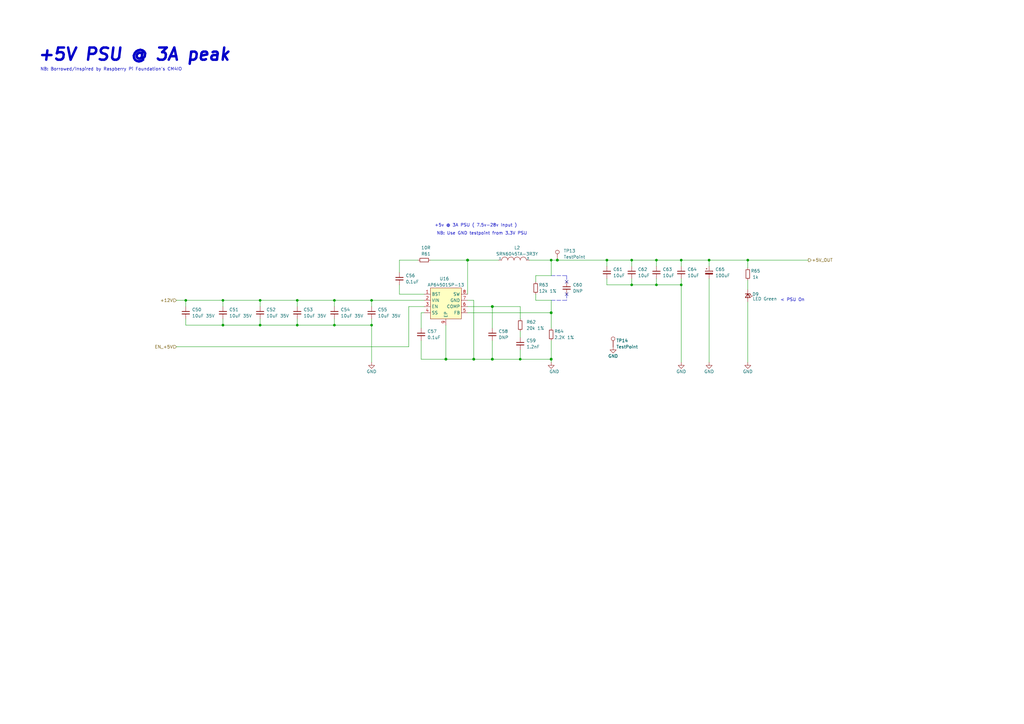
<source format=kicad_sch>
(kicad_sch (version 20211123) (generator eeschema)
  (paper "A3")
  (title_block (title "+5V PSU") (date "2022-01-12") (rev "4") (company "Copyright © 2022 Christian Kuhtz") (comment 2 "CERN-OHL-W v2 or later"))
  (lib_symbols
    (symbol "Capacitor_Tantalum_SMD_MyOwn:CP_EIA-7343-31_Kemet-D" (pin_numbers hide) (pin_names (offset 0.254) hide)
      (property "Reference" "C" (at 0.254 1.778 0))
      (property "Value" "CP_EIA-7343-31_Kemet-D" (at 0.254 -2.032 0))
      (symbol "CP_EIA-7343-31_Kemet-D_0_1"
        (rectangle (start -1.524 -0.3048) (end 1.524 -0.6858) (fill (type outline)))
        (rectangle (start -1.524 0.6858) (end 1.524 0.3048))
        (polyline (pts (xy -1.27 1.524) (xy -0.762 1.524)))
        (polyline (pts (xy -1.016 1.27) (xy -1.016 1.778)))
      )
      (symbol "CP_EIA-7343-31_Kemet-D_1_1"
        (pin passive line (at 0 2.54 270) (length 1.8542) (name "~") (number "1"))
        (pin passive line (at 0 -2.54 90) (length 1.8542) (name "~") (number "2"))
      )
    )
    (symbol "Connector:TestPoint" (pin_numbers hide) (pin_names (offset 0.762) hide)
      (property "Reference" "TP" (at 0 6.858 0))
      (property "Value" "TestPoint" (at 0 5.08 0))
      (symbol "TestPoint_0_1"
        (circle (center 0 3.302) (radius 0.762))
      )
      (symbol "TestPoint_1_1"
        (pin passive line (at 0 0 90) (length 2.54) (name "1") (number "1"))
      )
    )
    (symbol "Device:C_Small" (pin_numbers hide) (pin_names (offset 0.254) hide)
      (property "Reference" "C" (at 0.254 1.778 0))
      (property "Value" "C_Small" (at 0.254 -2.032 0))
      (symbol "C_Small_0_1"
        (polyline (pts (xy -1.524 -0.508) (xy 1.524 -0.508)) (stroke (width 0.3302)))
        (polyline (pts (xy -1.524 0.508) (xy 1.524 0.508)) (stroke (width 0.3048)))
      )
      (symbol "C_Small_1_1"
        (pin passive line (at 0 2.54 270) (length 2.032) (name "~") (number "1"))
        (pin passive line (at 0 -2.54 90) (length 2.032) (name "~") (number "2"))
      )
    )
    (symbol "Device:R_Small" (pin_numbers hide) (pin_names (offset 0.254) hide)
      (property "Reference" "R" (at 0.762 0.508 0))
      (property "Value" "R_Small" (at 0.762 -1.016 0))
      (symbol "R_Small_0_1"
        (rectangle (start -0.762 1.778) (end 0.762 -1.778) (stroke (width 0.2032)))
      )
      (symbol "R_Small_1_1"
        (pin passive line (at 0 2.54 270) (length 0.762) (name "~") (number "1"))
        (pin passive line (at 0 -2.54 90) (length 0.762) (name "~") (number "2"))
      )
    )
    (symbol "LED_SMD_LiteOn:LED Green" (pin_numbers hide) (pin_names (offset 0.254) hide)
      (property "Reference" "D" (at 0 5.08 0))
      (property "Value" "LED Green" (at -5.08 2.54 0))
      (symbol "LED Green_0_1"
        (polyline (pts (xy -0.762 -1.016) (xy -0.762 1.016)) (stroke (width 0.254)))
        (polyline (pts (xy 1.016 0) (xy -0.762 0)))
        (polyline (pts (xy 0.762 -1.016) (xy -0.762 0) (xy 0.762 1.016) (xy 0.762 -1.016)) (stroke (width 0.254)))
        (polyline (pts (xy 0 0.762) (xy -0.508 1.27) (xy -0.254 1.27) (xy -0.508 1.27) (xy -0.508 1.016)))
        (polyline (pts (xy 0.508 1.27) (xy 0 1.778) (xy 0.254 1.778) (xy 0 1.778) (xy 0 1.524)))
      )
      (symbol "LED Green_1_1"
        (pin passive line (at -2.54 0 0) (length 1.778) (name "K") (number "1"))
        (pin passive line (at 2.54 0 180) (length 1.778) (name "A") (number "2"))
      )
    )
    (symbol "Regulator_Switching_Diodes:AP64501SP-13"
      (property "Reference" "U" (at -0.635 10.16 0))
      (property "Value" "AP64501SP-13" (at 0 7.62 0))
      (symbol "AP64501SP-13_0_1"
        (rectangle (start -6.35 6.35) (end 6.35 -6.35) (fill (type background)))
      )
      (symbol "AP64501SP-13_1_1"
        (pin passive line (at -8.89 3.81 0) (length 2.54) (name "BST") (number "1"))
        (pin power_in line (at -8.89 1.27 0) (length 2.54) (name "VIN") (number "2"))
        (pin input line (at -8.89 -1.27 0) (length 2.54) (name "EN") (number "3"))
        (pin input line (at -8.89 -3.81 0) (length 2.54) (name "SS") (number "4"))
        (pin input line (at 8.89 -3.81 180) (length 2.54) (name "FB") (number "5"))
        (pin input line (at 8.89 -1.27 180) (length 2.54) (name "COMP") (number "6"))
        (pin power_in line (at 8.89 1.27 180) (length 2.54) (name "GND") (number "7"))
        (pin output line (at 8.89 3.81 180) (length 2.54) (name "SW") (number "8"))
        (pin power_in line (at 0 -8.89 90) (length 2.54) (name "EP") (number "9"))
      )
    )
    (symbol "power:GND" (power) (pin_names (offset 0))
      (property "Value" "GND" (at 0 -3.81 0))
      (symbol "GND_0_1"
        (polyline (pts (xy 0 0) (xy 0 -1.27) (xy 1.27 -1.27) (xy 0 -2.54) (xy -1.27 -1.27) (xy 0 -1.27)))
      )
      (symbol "GND_1_1"
        (pin power_in line (at 0 0 270) (length 0) hide (name "GND") (number "1"))
      )
    )
    (symbol "pspice:INDUCTOR" (pin_numbers hide) (pin_names (offset 0))
      (property "Reference" "L" (at 0 2.54 0))
      (property "Value" "INDUCTOR" (at 0 -1.27 0))
      (symbol "INDUCTOR_0_1"
        (arc (start -2.54 0) (mid -3.81 1.27) (end -5.08 0))
        (arc (start 0 0) (mid -1.27 1.27) (end -2.54 0))
        (arc (start 2.54 0) (mid 1.27 1.27) (end 0 0))
        (arc (start 5.08 0) (mid 3.81 1.27) (end 2.54 0))
      )
      (symbol "INDUCTOR_1_1"
        (pin input line (at -6.35 0 0) (length 1.27) (name "1") (number "1"))
        (pin input line (at 6.35 0 180) (length 1.27) (name "2") (number "2"))
      )
    )
  )
  (junction (at 91.44 133.35) (diameter 0.9144))
  (junction (at 194.31 147.32) (diameter 1.016))
  (junction (at 306.705 106.68))
  (junction (at 106.68 133.35) (diameter 0.9144))
  (junction (at 226.06 128.27) (diameter 1.016))
  (junction (at 269.24 116.84) (diameter 0.9144))
  (junction (at 228.6 106.68) (diameter 1.016))
  (junction (at 201.93 125.73) (diameter 1.016))
  (junction (at 226.06 106.68) (diameter 0.9144))
  (junction (at 279.4 116.84) (diameter 0.9144))
  (junction (at 226.06 147.32) (diameter 1.016))
  (junction (at 248.92 106.68) (diameter 0.9144))
  (junction (at 137.16 133.35) (diameter 0.9144))
  (junction (at 106.68 123.19) (diameter 0.9144))
  (junction (at 259.08 116.84) (diameter 0.9144))
  (junction (at 269.24 106.68) (diameter 0.9144))
  (junction (at 191.77 106.68) (diameter 1.016))
  (junction (at 201.93 147.32) (diameter 1.016))
  (junction (at 121.92 123.19) (diameter 0.9144))
  (junction (at 279.4 106.68) (diameter 0.9144))
  (junction (at 290.83 106.68) (diameter 0.9144))
  (junction (at 259.08 106.68) (diameter 0.9144))
  (junction (at 182.88 147.32) (diameter 1.016))
  (junction (at 152.4 133.35) (diameter 0.9144))
  (junction (at 91.44 123.19) (diameter 0.9144))
  (junction (at 76.2 123.19) (diameter 0.9144))
  (junction (at 137.16 123.19) (diameter 0.9144))
  (junction (at 121.92 133.35) (diameter 0.9144))
  (junction (at 213.36 147.32) (diameter 0.9144))
  (junction (at 152.4 123.19) (diameter 0.9144))
  (no_connect (at 232.41 120.65))
  (no_connect (at 232.41 115.57))
  (wire (pts (xy 226.06 123.19) (xy 226.06 128.27)))
  (wire (pts (xy 219.71 120.65) (xy 219.71 123.19)))
  (wire (pts (xy 248.92 116.84) (xy 259.08 116.84)))
  (wire (pts (xy 269.24 116.84) (xy 279.4 116.84)))
  (wire (pts (xy 259.08 116.84) (xy 269.24 116.84)))
  (wire (pts (xy 152.4 123.19) (xy 152.4 125.73)))
  (wire (pts (xy 163.83 106.68) (xy 171.45 106.68)))
  (wire (pts (xy 182.88 133.35) (xy 182.88 147.32)))
  (wire (pts (xy 290.83 114.3) (xy 290.83 148.59)))
  (wire (pts (xy 226.06 106.68) (xy 226.06 113.03)))
  (wire (pts (xy 279.4 114.3) (xy 279.4 116.84)))
  (wire (pts (xy 163.83 116.84) (xy 163.83 120.65)))
  (wire (pts (xy 121.92 130.81) (xy 121.92 133.35)))
  (wire (pts (xy 226.06 128.27) (xy 226.06 134.62)))
  (wire (pts (xy 290.83 109.22) (xy 290.83 106.68)))
  (wire (pts (xy 201.93 125.73) (xy 201.93 134.62)))
  (polyline (pts (xy 226.06 113.03) (xy 232.41 113.03)))
  (polyline (pts (xy 232.41 113.03) (xy 232.41 115.57)))
  (wire (pts (xy 248.92 106.68) (xy 248.92 109.22)))
  (polyline (pts (xy 232.41 120.65) (xy 232.41 123.19)))
  (polyline (pts (xy 226.06 123.19) (xy 232.41 123.19)))
  (wire (pts (xy 306.705 123.825) (xy 306.705 148.59)))
  (wire (pts (xy 106.68 123.19) (xy 106.68 125.73)))
  (wire (pts (xy 167.64 125.73) (xy 167.64 142.24)))
  (wire (pts (xy 72.39 142.24) (xy 167.64 142.24)))
  (wire (pts (xy 152.4 123.19) (xy 173.99 123.19)))
  (wire (pts (xy 163.83 106.68) (xy 163.83 111.76)))
  (wire (pts (xy 201.93 125.73) (xy 213.36 125.73)))
  (wire (pts (xy 137.16 130.81) (xy 137.16 133.35)))
  (wire (pts (xy 137.16 123.19) (xy 137.16 125.73)))
  (wire (pts (xy 306.705 106.68) (xy 306.705 109.855)))
  (wire (pts (xy 269.24 106.68) (xy 269.24 109.22)))
  (wire (pts (xy 194.31 147.32) (xy 201.93 147.32)))
  (wire (pts (xy 121.92 123.19) (xy 121.92 125.73)))
  (wire (pts (xy 76.2 123.19) (xy 76.2 125.73)))
  (wire (pts (xy 259.08 106.68) (xy 259.08 109.22)))
  (wire (pts (xy 219.71 113.03) (xy 219.71 115.57)))
  (wire (pts (xy 217.17 106.68) (xy 226.06 106.68)))
  (wire (pts (xy 306.705 114.935) (xy 306.705 118.745)))
  (wire (pts (xy 172.72 147.32) (xy 182.88 147.32)))
  (wire (pts (xy 191.77 125.73) (xy 201.93 125.73)))
  (wire (pts (xy 191.77 106.68) (xy 191.77 120.65)))
  (wire (pts (xy 269.24 114.3) (xy 269.24 116.84)))
  (wire (pts (xy 290.83 106.68) (xy 306.705 106.68)))
  (wire (pts (xy 306.705 106.68) (xy 331.47 106.68)))
  (wire (pts (xy 173.99 128.27) (xy 172.72 128.27)))
  (wire (pts (xy 106.68 130.81) (xy 106.68 133.35)))
  (wire (pts (xy 226.06 148.59) (xy 226.06 147.32)))
  (wire (pts (xy 76.2 130.81) (xy 76.2 133.35)))
  (wire (pts (xy 194.31 123.19) (xy 194.31 147.32)))
  (wire (pts (xy 152.4 133.35) (xy 152.4 148.59)))
  (wire (pts (xy 191.77 128.27) (xy 226.06 128.27)))
  (wire (pts (xy 213.36 135.89) (xy 213.36 138.43)))
  (wire (pts (xy 172.72 139.7) (xy 172.72 147.32)))
  (wire (pts (xy 182.88 147.32) (xy 194.31 147.32)))
  (wire (pts (xy 163.83 120.65) (xy 173.99 120.65)))
  (wire (pts (xy 279.4 116.84) (xy 279.4 148.59)))
  (wire (pts (xy 167.64 125.73) (xy 173.99 125.73)))
  (wire (pts (xy 226.06 139.7) (xy 226.06 147.32)))
  (wire (pts (xy 91.44 130.81) (xy 91.44 133.35)))
  (wire (pts (xy 176.53 106.68) (xy 191.77 106.68)))
  (wire (pts (xy 213.36 125.73) (xy 213.36 130.81)))
  (wire (pts (xy 201.93 147.32) (xy 213.36 147.32)))
  (wire (pts (xy 213.36 147.32) (xy 226.06 147.32)))
  (wire (pts (xy 152.4 130.81) (xy 152.4 133.35)))
  (wire (pts (xy 106.68 133.35) (xy 121.92 133.35)))
  (wire (pts (xy 121.92 133.35) (xy 137.16 133.35)))
  (wire (pts (xy 137.16 133.35) (xy 152.4 133.35)))
  (wire (pts (xy 76.2 133.35) (xy 91.44 133.35)))
  (wire (pts (xy 91.44 133.35) (xy 106.68 133.35)))
  (wire (pts (xy 191.77 106.68) (xy 204.47 106.68)))
  (wire (pts (xy 72.39 123.19) (xy 76.2 123.19)))
  (wire (pts (xy 121.92 123.19) (xy 137.16 123.19)))
  (wire (pts (xy 137.16 123.19) (xy 152.4 123.19)))
  (wire (pts (xy 91.44 123.19) (xy 106.68 123.19)))
  (wire (pts (xy 106.68 123.19) (xy 121.92 123.19)))
  (wire (pts (xy 76.2 123.19) (xy 91.44 123.19)))
  (wire (pts (xy 279.4 106.68) (xy 279.4 109.22)))
  (wire (pts (xy 219.71 123.19) (xy 226.06 123.19)))
  (wire (pts (xy 226.06 106.68) (xy 228.6 106.68)))
  (wire (pts (xy 201.93 139.7) (xy 201.93 147.32)))
  (wire (pts (xy 248.92 114.3) (xy 248.92 116.84)))
  (wire (pts (xy 219.71 113.03) (xy 226.06 113.03)))
  (wire (pts (xy 172.72 128.27) (xy 172.72 134.62)))
  (wire (pts (xy 191.77 123.19) (xy 194.31 123.19)))
  (wire (pts (xy 259.08 114.3) (xy 259.08 116.84)))
  (wire (pts (xy 91.44 123.19) (xy 91.44 125.73)))
  (wire (pts (xy 228.6 106.68) (xy 248.92 106.68)))
  (wire (pts (xy 248.92 106.68) (xy 259.08 106.68)))
  (wire (pts (xy 259.08 106.68) (xy 269.24 106.68)))
  (wire (pts (xy 269.24 106.68) (xy 279.4 106.68)))
  (wire (pts (xy 279.4 106.68) (xy 290.83 106.68)))
  (wire (pts (xy 213.36 143.51) (xy 213.36 147.32)))
  (text "+5V PSU @ 3A peak" (at 15.24 25.4 0) (effects (font (size 5 5) (thickness 1) bold italic) (justify left bottom)))
  (text "+5v @ 3A PSU ( 7.5v-28v Input )" (at 212.09 93.218 180) (effects (font (size 1.27 1.27)) (justify right bottom)))
  (text "< PSU On" (at 320.04 123.825 0) (effects (font (size 1.27 1.27)) (justify left bottom)))
  (text "NB: Borrowed/Inspired by Raspberry Pi Foundation's CM4IO" (at 16.51 29.21 0) (effects (font (size 1.27 1.27)) (justify left bottom)))
  (text "NB: Use GND testpoint from 3.3V PSU" (at 179.07 96.52 0) (effects (font (size 1.27 1.27)) (justify left bottom)))
  (hierarchical_label "+12V" (shape input) (at 72.39 123.19 180))
  (hierarchical_label "EN_+5V" (shape input) (at 72.39 142.24 180))
  (hierarchical_label "+5V_OUT" (shape output) (at 331.47 106.68 0))
  (symbol (lib_id "power:GND") (at 152.4 148.59 0) (unit 1)
    (property "Reference" "#PWR049" (effects hide))
    (property "Value" "GND" (at 152.4 152.4 0))
  )
  (symbol (lib_id "Device:C_Small") (at 259.08 111.76 0) (unit 1)
    (property "Reference" "C62" (at 261.62 110.49 0) (effects (justify left)))
    (property "Value" "10uF" (at 261.62 113.03 0) (effects (justify left)))
    (property "Footprint" "Capacitor_SMD:C_0805_2012Metric" (effects hide))
    (property "Manufacturer" "Taiyo Yuden" (effects hide))
    (property "MPN" "LMK212B7106KG-TD" (effects hide))
    (property "Part Description" "10uF 10% 10V Ceramic Capacitor X7R 0805 (2012 Metric)" (effects hide))
  )
  (symbol (lib_id "Device:R_Small") (at 226.06 137.16 0) (unit 1)
    (property "Reference" "R64" (at 227.33 135.89 0) (effects (justify left)))
    (property "Value" "2.2K 1%" (at 227.33 138.43 0) (effects (justify left)))
    (property "Footprint" "Resistor_SMD:R_0402_1005Metric" (effects hide))
    (property "Manufacturer" "Yageo" (effects hide))
    (property "MPN" "AC0402FR-072K2L" (effects hide))
    (property "Part Description" "Resistor 2.2K M1005 1% 63mW" (effects hide))
  )
  (symbol (lib_id "Device:R_Small") (at 219.71 118.11 0) (unit 1)
    (property "Reference" "R63" (at 220.98 116.84 0) (effects (justify left)))
    (property "Value" "12k 1%" (at 220.98 119.38 0) (effects (justify left)))
    (property "Footprint" "Resistor_SMD:R_0402_1005Metric" (effects hide))
    (property "Manufacturer" "Yageo" (effects hide))
    (property "MPN" "AC0402FR-0712KL" (effects hide))
    (property "Part Description" "Resistor 12K M1005 1% 63mW" (effects hide))
  )
  (symbol (lib_id "Device:C_Small") (at 232.41 118.11 0) (unit 1) (in_bom no) (on_board no)
    (property "Reference" "C60" (at 234.95 116.84 0) (effects (justify left)))
    (property "Value" "DNP" (at 234.95 119.38 0) (effects (justify left)))
    (property "Footprint" "Capacitor_SMD:C_0402_1005Metric" (effects hide))
    (property "Datasheet" "http://www.farnell.com/datasheets/2048267.pdf?_ga=2.222777691.1738794919.1588350964-1787849031.1568210898&_gac=1.250356018.1588350964.EAIaIQobChMIgrHHs4yT6QIVxevtCh39TA_nEAAYASAAEgK8PfD_BwE" (effects hide))
    (property "Field4" "Farnell" (effects hide))
    (property "Field5" "2666374" (effects hide))
    (property "Field6" "GRM1555C1H221JA01D" (effects hide))
    (property "Field7" "Murata" (effects hide))
    (property "Part Description" "220 pF, 50 V, 0402 [1005 Metric], ± 5%, C0G / NP0/CH, GCM Series" (effects hide))
  )
  (symbol (lib_id "Device:C_Small") (at 213.36 140.97 0) (unit 1)
    (property "Reference" "C59" (at 215.9 139.7 0) (effects (justify left)))
    (property "Value" "1.2nF" (at 215.9 142.24 0) (effects (justify left)))
    (property "Footprint" "Capacitor_SMD:C_0402_1005Metric" (effects hide))
    (property "Datasheet" "http://www.farnell.com/datasheets/2734135.pdf?_ga=2.259347658.1738794919.1588350964-1787849031.1568210898&_gac=1.15394434.1588350964.EAIaIQobChMIgrHHs4yT6QIVxevtCh39TA_nEAAYASAAEgK8PfD_BwE" (effects hide))
    (property "Field4" "Digikey" (effects hide))
    (property "Field5" "490-16429-1-ND" (effects hide))
    (property "Field6" "GCM155R71H122KA37D" (effects hide))
    (property "Field7" "Murata" (effects hide))
    (property "Part Description" "1200pF 10% 10V Ceramic Capacitor X5R 0402 (1005 Metric)" (effects hide))
  )
  (symbol (lib_id "Connector:TestPoint") (at 251.46 142.24 0) (unit 1)
    (property "Reference" "TP14" (at 252.73 139.7 0) (effects (justify left)))
    (property "Value" "TestPoint" (at 252.73 142.24 0) (effects (justify left)))
    (property "Footprint" "TestPoint:TestPoint_Pad_D1.0mm" (effects hide))
    (property "Field4" "nf" (effects hide))
    (property "Field5" "nf" (effects hide))
    (property "Field6" "nf" (effects hide))
    (property "Field7" "nf" (effects hide))
  )
  (symbol (lib_id "Device:R_Small") (at 306.705 112.395 0) (unit 1)
    (property "Reference" "R65" (at 309.88 111.125 0))
    (property "Value" "1k" (at 309.88 113.665 0))
    (property "Footprint" "Resistor_SMD:R_0402_1005Metric" (effects hide))
  )
  (symbol (lib_id "power:GND") (at 290.83 148.59 0) (unit 1)
    (property "Reference" "#PWR053" (effects hide))
    (property "Value" "GND" (at 290.83 152.4 0))
  )
  (symbol (lib_id "Regulator_Switching_Diodes:AP64501SP-13") (at 182.88 124.46 0) (unit 1)
    (property "Reference" "U16" (at 182.245 114.3 0))
    (property "Value" "AP64501SP-13" (at 182.88 116.84 0))
    (property "Footprint" "Regulator_Switching_Diodes:SOIC-8-1EP_3.9x4.9mm_P1.27mm_EP2.95x4.9mm_Mask2.71x3.4mm_ThermalVias" (effects hide))
    (property "Manufacturer" "Diodes" (effects hide))
    (property "MPN" "AP64501SP-13" (effects hide))
  )
  (symbol (lib_id "Device:C_Small") (at 248.92 111.76 0) (unit 1)
    (property "Reference" "C61" (at 251.46 110.49 0) (effects (justify left)))
    (property "Value" "10uF" (at 251.46 113.03 0) (effects (justify left)))
    (property "Footprint" "Capacitor_SMD:C_0805_2012Metric" (effects hide))
    (property "Manufacturer" "Taiyo Yuden" (effects hide))
    (property "MPN" "LMK212B7106KG-TD" (effects hide))
    (property "Part Description" "10uF 10% 10V Ceramic Capacitor X7R 0805 (2012 Metric)" (effects hide))
  )
  (symbol (lib_id "power:GND") (at 279.4 148.59 0) (unit 1)
    (property "Reference" "#PWR052" (effects hide))
    (property "Value" "GND" (at 279.4 152.4 0))
  )
  (symbol (lib_id "Device:C_Small") (at 163.83 114.3 0) (unit 1)
    (property "Reference" "C56" (at 166.37 113.03 0) (effects (justify left)))
    (property "Value" "0.1uF" (at 166.37 115.57 0) (effects (justify left)))
    (property "Footprint" "Capacitor_SMD:C_0402_1005Metric" (effects hide))
    (property "Manufacturer" "TDK" (effects hide))
    (property "MPN" "CGA2B1X7R1C104K050BC" (effects hide))
    (property "Part Description" "0.1uF 10% 16V Ceramic Capacitor X7R 0402 (1005 Metric)" (effects hide))
  )
  (symbol (lib_id "Device:R_Small") (at 173.99 106.68 270) (unit 1)
    (property "Reference" "R61" (at 172.72 104.14 90) (effects (justify left)))
    (property "Value" "10R" (at 172.72 101.6 90) (effects (justify left)))
    (property "Footprint" "Resistor_SMD:R_0402_1005Metric" (effects hide))
    (property "Field4" "Yageo" (effects hide))
    (property "Field5" "AC0402FR-0710RL" (effects hide))
    (property "Part Description" "Resistor 10R M1005 1% 63mW" (effects hide))
  )
  (symbol (lib_id "Device:R_Small") (at 213.36 133.35 0) (unit 1)
    (property "Reference" "R62" (at 215.9 132.08 0) (effects (justify left)))
    (property "Value" "20k 1%" (at 215.9 134.62 0) (effects (justify left)))
    (property "Footprint" "Resistor_SMD:R_0402_1005Metric" (effects hide))
    (property "Manufacturer" "Yageo" (effects hide))
    (property "MPN" "AC0402FR-0720KL" (effects hide))
    (property "Part Description" "Resistor 20K M1005 1% 63mW" (effects hide))
  )
  (symbol (lib_id "Connector:TestPoint") (at 228.6 106.68 0) (unit 1)
    (property "Reference" "TP13" (at 231.14 102.87 0) (effects (justify left)))
    (property "Value" "TestPoint" (at 231.14 105.41 0) (effects (justify left)))
    (property "Footprint" "TestPoint:TestPoint_Pad_D1.0mm" (effects hide))
    (property "Field4" "nf" (effects hide))
    (property "Field5" "nf" (effects hide))
    (property "Field6" "nf" (effects hide))
    (property "Field7" "nf" (effects hide))
  )
  (symbol (lib_id "Device:C_Small") (at 279.4 111.76 0) (unit 1)
    (property "Reference" "C64" (at 281.94 110.49 0) (effects (justify left)))
    (property "Value" "10uF" (at 281.94 113.03 0) (effects (justify left)))
    (property "Footprint" "Capacitor_SMD:C_0805_2012Metric" (effects hide))
    (property "Manufacturer" "Taiyo Yuden" (effects hide))
    (property "MPN" "LMK212B7106KG-TD" (effects hide))
    (property "Part Description" "10uF 10% 10V Ceramic Capacitor X7R 0805 (2012 Metric)" (effects hide))
  )
  (symbol (lib_id "Device:C_Small") (at 172.72 137.16 0) (unit 1)
    (property "Reference" "C57" (at 175.26 135.89 0) (effects (justify left)))
    (property "Value" "0.1uF" (at 175.26 138.43 0) (effects (justify left)))
    (property "Footprint" "Capacitor_SMD:C_0402_1005Metric" (effects hide))
    (property "Manufacturer" "TDK" (effects hide))
    (property "MPN" "CGA2B1X7R1C104K050BC" (effects hide))
    (property "Part Description" "0.1uF 10% 16V Ceramic Capacitor X7R 0402 (1005 Metric)" (effects hide))
  )
  (symbol (lib_id "power:GND") (at 226.06 148.59 0) (unit 1)
    (property "Reference" "#PWR050" (effects hide))
    (property "Value" "GND" (at 227.33 152.4 0))
  )
  (symbol (lib_id "Device:C_Small") (at 152.4 128.27 0) (unit 1)
    (property "Reference" "C55" (at 154.94 127 0) (effects (justify left)))
    (property "Value" "10uF 35V" (at 154.94 129.54 0) (effects (justify left)))
    (property "Footprint" "Capacitor_SMD:C_1206_3216Metric" (effects hide))
    (property "Datasheet" "https://www.murata.com/en-global/products/productdetail.aspx?partno=GRM21BC8YA106ME11%23" (effects hide))
    (property "Manufacturer" "Murata" (effects hide))
    (property "MPN" "GRT31CC8YA106KE01L" (effects hide))
    (property "Field7" "Murata" (effects hide))
    (property "Part Description" "10uF 10% or 20% 35V Ceramic Capacitor X6S 1206 (3216 Metric)" (effects hide))
  )
  (symbol (lib_id "Device:C_Small") (at 91.44 128.27 0) (unit 1)
    (property "Reference" "C51" (at 93.98 127 0) (effects (justify left)))
    (property "Value" "10uF 35V" (at 93.98 129.54 0) (effects (justify left)))
    (property "Footprint" "Capacitor_SMD:C_1206_3216Metric" (effects hide))
    (property "Datasheet" "https://www.murata.com/en-global/products/productdetail.aspx?partno=GRM21BC8YA106ME11%23" (effects hide))
    (property "Manufacturer" "Murata" (effects hide))
    (property "MPN" "GRT31CC8YA106KE01L" (effects hide))
    (property "Field7" "Murata" (effects hide))
    (property "Part Description" "10uF 10% or 20% 35V Ceramic Capacitor X6S 1206 (3216 Metric)" (effects hide))
  )
  (symbol (lib_id "Device:C_Small") (at 269.24 111.76 0) (unit 1)
    (property "Reference" "C63" (at 271.78 110.49 0) (effects (justify left)))
    (property "Value" "10uF" (at 271.78 113.03 0) (effects (justify left)))
    (property "Footprint" "Capacitor_SMD:C_0805_2012Metric" (effects hide))
    (property "Manufacturer" "Taiyo Yuden" (effects hide))
    (property "MPN" "LMK212B7106KG-TD" (effects hide))
    (property "Part Description" "10uF 10% 10V Ceramic Capacitor X7R 0805 (2012 Metric)" (effects hide))
  )
  (symbol (lib_id "power:GND") (at 306.705 148.59 0) (unit 1)
    (property "Reference" "#PWR054" (effects hide))
    (property "Value" "GND" (at 306.705 152.4 0))
  )
  (symbol (lib_id "Device:C_Small") (at 76.2 128.27 0) (unit 1)
    (property "Reference" "C50" (at 78.74 127 0) (effects (justify left)))
    (property "Value" "10uF 35V" (at 78.74 129.54 0) (effects (justify left)))
    (property "Footprint" "Capacitor_SMD:C_1206_3216Metric" (effects hide))
    (property "Datasheet" "https://www.murata.com/en-global/products/productdetail.aspx?partno=GRM21BC8YA106ME11%23" (effects hide))
    (property "Manufacturer" "Murata" (effects hide))
    (property "MPN" "GRT31CC8YA106KE01L" (effects hide))
    (property "Field7" "Murata" (effects hide))
    (property "Part Description" "10uF 10% or 20% 35V Ceramic Capacitor X6S 1206 (3216 Metric)" (effects hide))
  )
  (symbol (lib_id "power:GND") (at 251.46 142.24 0) (unit 1)
    (property "Reference" "#PWR051" (effects hide))
    (property "Value" "GND" (at 251.46 146.05 0))
  )
  (symbol (lib_id "Capacitor_Tantalum_SMD_MyOwn:CP_EIA-7343-31_Kemet-D") (at 290.83 111.76 0) (unit 1)
    (property "Reference" "C65" (at 293.37 110.49 0) (effects (justify left)))
    (property "Value" "100uF" (at 293.37 113.03 0) (effects (justify left)))
    (property "Footprint" "Capacitor_Tantalum_SMD_MyOwn:CP_EIA-7343-31_Kemet-D" (effects hide))
    (property "Manufacturer" "KEMET" (effects hide))
    (property "MPN" "T495D107K006ATE130" (effects hide))
    (property "Part Description" "Capacitor, SP-Cap, 100u, 6.3V,  (15mR ESR -- not available)" (effects hide))
  )
  (symbol (lib_id "Device:C_Small") (at 121.92 128.27 0) (unit 1)
    (property "Reference" "C53" (at 124.46 127 0) (effects (justify left)))
    (property "Value" "10uF 35V" (at 124.46 129.54 0) (effects (justify left)))
    (property "Footprint" "Capacitor_SMD:C_1206_3216Metric" (effects hide))
    (property "Datasheet" "https://www.murata.com/en-global/products/productdetail.aspx?partno=GRM21BC8YA106ME11%23" (effects hide))
    (property "Manufacturer" "Murata" (effects hide))
    (property "MPN" "GRT31CC8YA106KE01L" (effects hide))
    (property "Field7" "Murata" (effects hide))
    (property "Part Description" "10uF 10% or 20% 35V Ceramic Capacitor X6S 1206 (3216 Metric)" (effects hide))
  )
  (symbol (lib_id "pspice:INDUCTOR") (at 210.82 106.68 0) (unit 1)
    (property "Reference" "L2" (at 212.09 101.6 0))
    (property "Value" "SRN6045TA-3R3Y" (at 212.09 104.14 0))
    (property "Footprint" "Inductor_SMD:L_Bourns_SRN6045TA" (effects hide))
    (property "Datasheet" "https://www.bourns.com/docs/Product-Datasheets/SRN6045TA.pdf" (effects hide))
    (property "Field4" "Farnell" (effects hide))
    (property "Field5" "2616889" (effects hide))
    (property "Field6" "SRN6045TA-3R3Y" (effects hide))
    (property "Field7" "Bourns" (effects hide))
    (property "Part Description" "3.3µH Semi-Shielded Wirewound Inductor 7.8A 21mOhm Nonstandard" (effects hide))
  )
  (symbol (lib_id "Device:C_Small") (at 106.68 128.27 0) (unit 1)
    (property "Reference" "C52" (at 109.22 127 0) (effects (justify left)))
    (property "Value" "10uF 35V" (at 109.22 129.54 0) (effects (justify left)))
    (property "Footprint" "Capacitor_SMD:C_1206_3216Metric" (effects hide))
    (property "Datasheet" "https://www.murata.com/en-global/products/productdetail.aspx?partno=GRM21BC8YA106ME11%23" (effects hide))
    (property "Manufacturer" "Murata" (effects hide))
    (property "MPN" "GRT31CC8YA106KE01L" (effects hide))
    (property "Field7" "Murata" (effects hide))
    (property "Part Description" "10uF 10% or 20% 35V Ceramic Capacitor X6S 1206 (3216 Metric)" (effects hide))
  )
  (symbol (lib_id "Device:C_Small") (at 137.16 128.27 0) (unit 1)
    (property "Reference" "C54" (at 139.7 127 0) (effects (justify left)))
    (property "Value" "10uF 35V" (at 139.7 129.54 0) (effects (justify left)))
    (property "Footprint" "Capacitor_SMD:C_1206_3216Metric" (effects hide))
    (property "Datasheet" "https://www.murata.com/en-global/products/productdetail.aspx?partno=GRM21BC8YA106ME11%23" (effects hide))
    (property "Manufacturer" "Murata" (effects hide))
    (property "MPN" "GRT31CC8YA106KE01L" (effects hide))
    (property "Field7" "Murata" (effects hide))
    (property "Part Description" "10uF 10% or 20% 35V Ceramic Capacitor X6S 1206 (3216 Metric)" (effects hide))
  )
  (symbol (lib_id "Device:C_Small") (at 201.93 137.16 0) (unit 1)
    (property "Reference" "C58" (at 204.47 135.89 0) (effects (justify left)))
    (property "Value" "DNP" (at 204.47 138.43 0) (effects (justify left)))
    (property "Footprint" "Capacitor_SMD:C_0402_1005Metric" (effects hide))
  )
  (symbol (lib_id "LED_SMD_LiteOn:LED Green") (at 306.705 121.285 270) (unit 1)
    (property "Reference" "D9" (at 309.88 120.65 90))
    (property "Value" "LED Green" (at 313.69 122.555 90))
    (property "Footprint" "LED_SMD_LiteOn:LED_0603_1608Metric_green" (effects hide))
    (property "Manufacturer" "Lite-On" (effects hide))
    (property "MPN" "LTST-C193KGKT-5A" (effects hide))
  )
)
</source>
